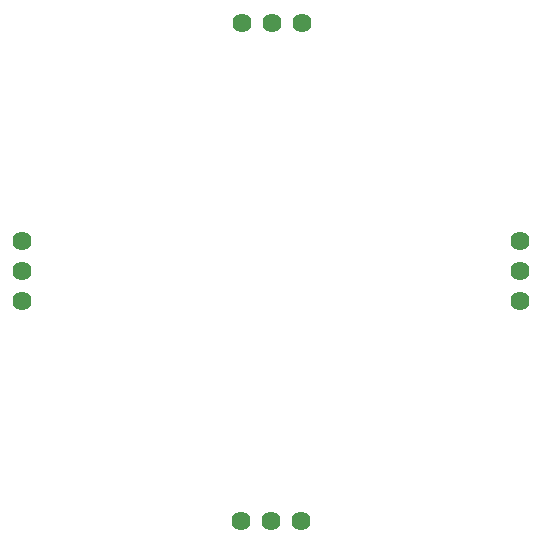
<source format=gbr>
%TF.GenerationSoftware,KiCad,Pcbnew,8.0.4*%
%TF.CreationDate,2024-09-16T16:08:36+01:00*%
%TF.ProjectId,algoritmi_motor_buttons_kicad,616c676f-7269-4746-9d69-5f6d6f746f72,rev?*%
%TF.SameCoordinates,Original*%
%TF.FileFunction,Copper,L2,Bot*%
%TF.FilePolarity,Positive*%
%FSLAX46Y46*%
G04 Gerber Fmt 4.6, Leading zero omitted, Abs format (unit mm)*
G04 Created by KiCad (PCBNEW 8.0.4) date 2024-09-16 16:08:36*
%MOMM*%
%LPD*%
G01*
G04 APERTURE LIST*
%TA.AperFunction,ComponentPad*%
%ADD10C,1.620000*%
%TD*%
G04 APERTURE END LIST*
D10*
%TO.P,J2,1,COM*%
%TO.N,+3.3V*%
X121800000Y-93240000D03*
%TO.P,J2,2,NO*%
%TO.N,Net-(J2-NO)*%
X121800000Y-90700000D03*
%TO.P,J2,3,NC*%
%TO.N,unconnected-(J2-NC-Pad3)*%
X121800000Y-88160000D03*
%TD*%
%TO.P,J5,1,COM*%
%TO.N,+3.3V*%
X145390000Y-111800000D03*
%TO.P,J5,2,NO*%
%TO.N,Net-(J5-NO)*%
X142850000Y-111800000D03*
%TO.P,J5,3,NC*%
%TO.N,unconnected-(J5-NC-Pad3)*%
X140310000Y-111800000D03*
%TD*%
%TO.P,J4,1,COM*%
%TO.N,+3.3V*%
X140360000Y-69650000D03*
%TO.P,J4,2,NO*%
%TO.N,Net-(J4-NO)*%
X142900000Y-69650000D03*
%TO.P,J4,3,NC*%
%TO.N,unconnected-(J4-NC-Pad3)*%
X145440000Y-69650000D03*
%TD*%
%TO.P,J3,1,COM*%
%TO.N,+3.3V*%
X163950000Y-88160000D03*
%TO.P,J3,2,NO*%
%TO.N,Net-(J3-NO)*%
X163950000Y-90700000D03*
%TO.P,J3,3,NC*%
%TO.N,unconnected-(J3-NC-Pad3)*%
X163950000Y-93240000D03*
%TD*%
M02*

</source>
